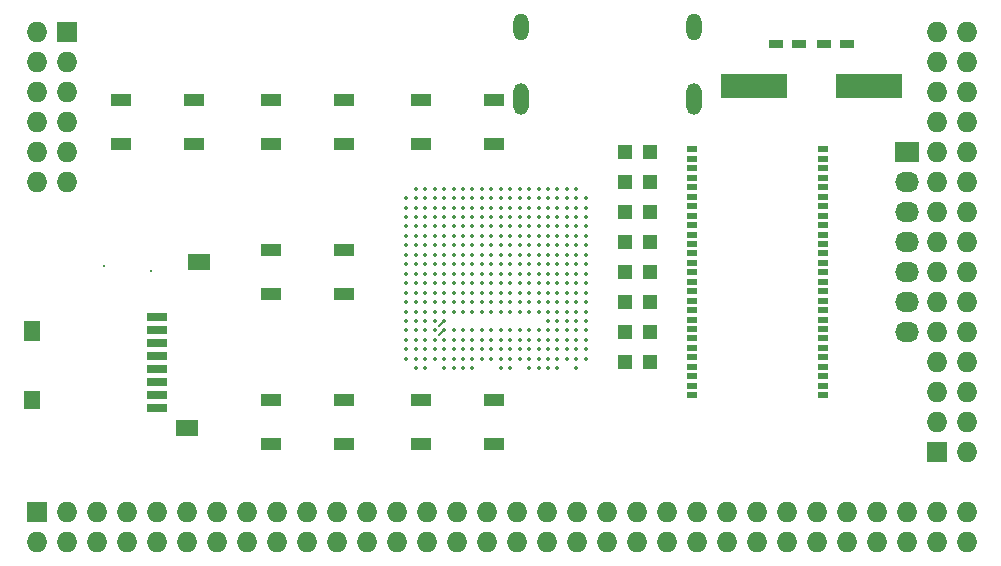
<source format=gbr>
G04 #@! TF.FileFunction,Copper,L1,Top,Signal*
%FSLAX46Y46*%
G04 Gerber Fmt 4.6, Leading zero omitted, Abs format (unit mm)*
G04 Created by KiCad (PCBNEW 4.0.5+dfsg1-4) date Mon Mar 27 15:17:06 2017*
%MOMM*%
%LPD*%
G01*
G04 APERTURE LIST*
%ADD10C,0.100000*%
%ADD11R,1.800000X0.700000*%
%ADD12R,1.400000X1.600000*%
%ADD13R,1.400000X1.800000*%
%ADD14R,1.900000X1.400000*%
%ADD15R,1.727200X1.727200*%
%ADD16O,1.727200X1.727200*%
%ADD17R,1.800000X1.100000*%
%ADD18R,1.198880X1.198880*%
%ADD19R,2.032000X1.727200*%
%ADD20O,2.032000X1.727200*%
%ADD21R,0.900000X0.560000*%
%ADD22R,5.600700X2.100580*%
%ADD23R,1.200000X0.750000*%
%ADD24C,0.350000*%
%ADD25O,1.300000X2.700000*%
%ADD26O,1.300000X2.300000*%
%ADD27C,0.330000*%
%ADD28C,0.200000*%
G04 APERTURE END LIST*
D10*
D11*
X106800000Y-88090000D03*
X106800000Y-89190000D03*
X106800000Y-90290000D03*
X106800000Y-91390000D03*
X106800000Y-92490000D03*
X106800000Y-93590000D03*
X106800000Y-94690000D03*
X106800000Y-95790000D03*
D12*
X96200000Y-95080000D03*
D13*
X96200000Y-89280000D03*
D14*
X109350000Y-97480000D03*
X110350000Y-83430000D03*
D15*
X96640000Y-104600000D03*
D16*
X96640000Y-107140000D03*
X99180000Y-104600000D03*
X99180000Y-107140000D03*
X101720000Y-104600000D03*
X101720000Y-107140000D03*
X104260000Y-104600000D03*
X104260000Y-107140000D03*
X106800000Y-104600000D03*
X106800000Y-107140000D03*
X109340000Y-104600000D03*
X109340000Y-107140000D03*
X111880000Y-104600000D03*
X111880000Y-107140000D03*
X114420000Y-104600000D03*
X114420000Y-107140000D03*
X116960000Y-104600000D03*
X116960000Y-107140000D03*
X119500000Y-104600000D03*
X119500000Y-107140000D03*
X122040000Y-104600000D03*
X122040000Y-107140000D03*
X124580000Y-104600000D03*
X124580000Y-107140000D03*
X127120000Y-104600000D03*
X127120000Y-107140000D03*
X129660000Y-104600000D03*
X129660000Y-107140000D03*
X132200000Y-104600000D03*
X132200000Y-107140000D03*
X134740000Y-104600000D03*
X134740000Y-107140000D03*
X137280000Y-104600000D03*
X137280000Y-107140000D03*
X139820000Y-104600000D03*
X139820000Y-107140000D03*
X142360000Y-104600000D03*
X142360000Y-107140000D03*
X144900000Y-104600000D03*
X144900000Y-107140000D03*
X147440000Y-104600000D03*
X147440000Y-107140000D03*
X149980000Y-104600000D03*
X149980000Y-107140000D03*
X152520000Y-104600000D03*
X152520000Y-107140000D03*
X155060000Y-104600000D03*
X155060000Y-107140000D03*
X157600000Y-104600000D03*
X157600000Y-107140000D03*
X160140000Y-104600000D03*
X160140000Y-107140000D03*
X162680000Y-104600000D03*
X162680000Y-107140000D03*
X165220000Y-104600000D03*
X165220000Y-107140000D03*
X167760000Y-104600000D03*
X167760000Y-107140000D03*
X170300000Y-104600000D03*
X170300000Y-107140000D03*
X172840000Y-104600000D03*
X172840000Y-107140000D03*
X175380000Y-104600000D03*
X175380000Y-107140000D03*
D15*
X172840000Y-99520000D03*
D16*
X175380000Y-99520000D03*
X172840000Y-96980000D03*
X175380000Y-96980000D03*
X172840000Y-94440000D03*
X175380000Y-94440000D03*
X172840000Y-91900000D03*
X175380000Y-91900000D03*
X172840000Y-89360000D03*
X175380000Y-89360000D03*
X172840000Y-86820000D03*
X175380000Y-86820000D03*
X172840000Y-84280000D03*
X175380000Y-84280000D03*
X172840000Y-81740000D03*
X175380000Y-81740000D03*
X172840000Y-79200000D03*
X175380000Y-79200000D03*
X172840000Y-76660000D03*
X175380000Y-76660000D03*
X172840000Y-74120000D03*
X175380000Y-74120000D03*
X172840000Y-71580000D03*
X175380000Y-71580000D03*
X172840000Y-69040000D03*
X175380000Y-69040000D03*
X172840000Y-66500000D03*
X175380000Y-66500000D03*
X172840000Y-63960000D03*
X175380000Y-63960000D03*
D15*
X99180000Y-63960000D03*
D16*
X96640000Y-63960000D03*
X99180000Y-66500000D03*
X96640000Y-66500000D03*
X99180000Y-69040000D03*
X96640000Y-69040000D03*
X99180000Y-71580000D03*
X96640000Y-71580000D03*
X99180000Y-74120000D03*
X96640000Y-74120000D03*
X99180000Y-76660000D03*
X96640000Y-76660000D03*
D17*
X129100000Y-69730000D03*
X135300000Y-69730000D03*
X129100000Y-73430000D03*
X135300000Y-73430000D03*
X129100000Y-95130000D03*
X135300000Y-95130000D03*
X129100000Y-98830000D03*
X135300000Y-98830000D03*
X116400000Y-69730000D03*
X122600000Y-69730000D03*
X116400000Y-73430000D03*
X122600000Y-73430000D03*
X103700000Y-69730000D03*
X109900000Y-69730000D03*
X103700000Y-73430000D03*
X109900000Y-73430000D03*
X116400000Y-82430000D03*
X122600000Y-82430000D03*
X116400000Y-86130000D03*
X122600000Y-86130000D03*
X116400000Y-95130000D03*
X122600000Y-95130000D03*
X116400000Y-98830000D03*
X122600000Y-98830000D03*
D18*
X146390980Y-91900000D03*
X148489020Y-91900000D03*
X146390980Y-89360000D03*
X148489020Y-89360000D03*
X146390980Y-86820000D03*
X148489020Y-86820000D03*
X146390980Y-84280000D03*
X148489020Y-84280000D03*
X146390980Y-81740000D03*
X148489020Y-81740000D03*
X146390980Y-79200000D03*
X148489020Y-79200000D03*
X146390980Y-76660000D03*
X148489020Y-76660000D03*
X146390980Y-74120000D03*
X148489020Y-74120000D03*
D19*
X170300000Y-74120000D03*
D20*
X170300000Y-76660000D03*
X170300000Y-79200000D03*
X170300000Y-81740000D03*
X170300000Y-84280000D03*
X170300000Y-86820000D03*
X170300000Y-89360000D03*
D21*
X163130000Y-94680000D03*
X152070000Y-73880000D03*
X152070000Y-74680000D03*
X152070000Y-75480000D03*
X152070000Y-76280000D03*
X152070000Y-77080000D03*
X152070000Y-77880000D03*
X152070000Y-78680000D03*
X152070000Y-79480000D03*
X152070000Y-80280000D03*
X152070000Y-81080000D03*
X152070000Y-81880000D03*
X152070000Y-82680000D03*
X152070000Y-83480000D03*
X152070000Y-84280000D03*
X152070000Y-85080000D03*
X152070000Y-85880000D03*
X152070000Y-86680000D03*
X152070000Y-87480000D03*
X152070000Y-88280000D03*
X152070000Y-89080000D03*
X152070000Y-89880000D03*
X152070000Y-90680000D03*
X152070000Y-91480000D03*
X152070000Y-92280000D03*
X152070000Y-93080000D03*
X152070000Y-93880000D03*
X152070000Y-94680000D03*
X163130000Y-93880000D03*
X163130000Y-93080000D03*
X163130000Y-92280000D03*
X163130000Y-91480000D03*
X163130000Y-90680000D03*
X163130000Y-89880000D03*
X163130000Y-89080000D03*
X163130000Y-88280000D03*
X163130000Y-87480000D03*
X163130000Y-86680000D03*
X163130000Y-85880000D03*
X163130000Y-85080000D03*
X163130000Y-84280000D03*
X163130000Y-83480000D03*
X163130000Y-82680000D03*
X163130000Y-81880000D03*
X163130000Y-81080000D03*
X163130000Y-80280000D03*
X163130000Y-79480000D03*
X163130000Y-78680000D03*
X163130000Y-77880000D03*
X163130000Y-77080000D03*
X163130000Y-76280000D03*
X163130000Y-75480000D03*
X163130000Y-74680000D03*
X163130000Y-73880000D03*
D22*
X157323140Y-68532000D03*
X167020860Y-68532000D03*
D23*
X159190000Y-64976000D03*
X161090000Y-64976000D03*
X165154000Y-64976000D03*
X163254000Y-64976000D03*
D24*
X128680000Y-77200000D03*
X129480000Y-77200000D03*
X130280000Y-77200000D03*
X131080000Y-77200000D03*
X131880000Y-77200000D03*
X132680000Y-77200000D03*
X133480000Y-77200000D03*
X134280000Y-77200000D03*
X135080000Y-77200000D03*
X135880000Y-77200000D03*
X136680000Y-77200000D03*
X137480000Y-77200000D03*
X138280000Y-77200000D03*
X139080000Y-77200000D03*
X139880000Y-77200000D03*
X140680000Y-77200000D03*
X141480000Y-77200000D03*
X142280000Y-77200000D03*
X127880000Y-78000000D03*
X128680000Y-78000000D03*
X129480000Y-78000000D03*
X130280000Y-78000000D03*
X131080000Y-78000000D03*
X131880000Y-78000000D03*
X132680000Y-78000000D03*
X133480000Y-78000000D03*
X134280000Y-78000000D03*
X135080000Y-78000000D03*
X135880000Y-78000000D03*
X136680000Y-78000000D03*
X137480000Y-78000000D03*
X138280000Y-78000000D03*
X139080000Y-78000000D03*
X139880000Y-78000000D03*
X140680000Y-78000000D03*
X141480000Y-78000000D03*
X142280000Y-78000000D03*
X143080000Y-78000000D03*
X127880000Y-78800000D03*
X128680000Y-78800000D03*
X129480000Y-78800000D03*
X130280000Y-78800000D03*
X131080000Y-78800000D03*
X131880000Y-78800000D03*
X132680000Y-78800000D03*
X133480000Y-78800000D03*
X134280000Y-78800000D03*
X135080000Y-78800000D03*
X135880000Y-78800000D03*
X136680000Y-78800000D03*
X137480000Y-78800000D03*
X138280000Y-78800000D03*
X139080000Y-78800000D03*
X139880000Y-78800000D03*
X140680000Y-78800000D03*
X141480000Y-78800000D03*
X142280000Y-78800000D03*
X143080000Y-78800000D03*
X127880000Y-79600000D03*
X128680000Y-79600000D03*
X129480000Y-79600000D03*
X130280000Y-79600000D03*
X131080000Y-79600000D03*
X131880000Y-79600000D03*
X132680000Y-79600000D03*
X133480000Y-79600000D03*
X134280000Y-79600000D03*
X135080000Y-79600000D03*
X135880000Y-79600000D03*
X136680000Y-79600000D03*
X137480000Y-79600000D03*
X138280000Y-79600000D03*
X139080000Y-79600000D03*
X139880000Y-79600000D03*
X140680000Y-79600000D03*
X141480000Y-79600000D03*
X142280000Y-79600000D03*
X143080000Y-79600000D03*
X127880000Y-80400000D03*
X128680000Y-80400000D03*
X129480000Y-80400000D03*
X130280000Y-80400000D03*
X131080000Y-80400000D03*
X131880000Y-80400000D03*
X132680000Y-80400000D03*
X133480000Y-80400000D03*
X134280000Y-80400000D03*
X135080000Y-80400000D03*
X135880000Y-80400000D03*
X136680000Y-80400000D03*
X137480000Y-80400000D03*
X138280000Y-80400000D03*
X139080000Y-80400000D03*
X139880000Y-80400000D03*
X140680000Y-80400000D03*
X141480000Y-80400000D03*
X142280000Y-80400000D03*
X143080000Y-80400000D03*
X127880000Y-81200000D03*
X128680000Y-81200000D03*
X129480000Y-81200000D03*
X130280000Y-81200000D03*
X131080000Y-81200000D03*
X131880000Y-81200000D03*
X132680000Y-81200000D03*
X133480000Y-81200000D03*
X134280000Y-81200000D03*
X135080000Y-81200000D03*
X135880000Y-81200000D03*
X136680000Y-81200000D03*
X137480000Y-81200000D03*
X138280000Y-81200000D03*
X139080000Y-81200000D03*
X139880000Y-81200000D03*
X140680000Y-81200000D03*
X141480000Y-81200000D03*
X142280000Y-81200000D03*
X143080000Y-81200000D03*
X127880000Y-82000000D03*
X128680000Y-82000000D03*
X129480000Y-82000000D03*
X130280000Y-82000000D03*
X131080000Y-82000000D03*
X131880000Y-82000000D03*
X132680000Y-82000000D03*
X133480000Y-82000000D03*
X134280000Y-82000000D03*
X135080000Y-82000000D03*
X135880000Y-82000000D03*
X136680000Y-82000000D03*
X137480000Y-82000000D03*
X138280000Y-82000000D03*
X139080000Y-82000000D03*
X139880000Y-82000000D03*
X140680000Y-82000000D03*
X141480000Y-82000000D03*
X142280000Y-82000000D03*
X143080000Y-82000000D03*
X127880000Y-82800000D03*
X128680000Y-82800000D03*
X129480000Y-82800000D03*
X130280000Y-82800000D03*
X131080000Y-82800000D03*
X131880000Y-82800000D03*
X132680000Y-82800000D03*
X133480000Y-82800000D03*
X134280000Y-82800000D03*
X135080000Y-82800000D03*
X135880000Y-82800000D03*
X136680000Y-82800000D03*
X137480000Y-82800000D03*
X138280000Y-82800000D03*
X139080000Y-82800000D03*
X139880000Y-82800000D03*
X140680000Y-82800000D03*
X141480000Y-82800000D03*
X142280000Y-82800000D03*
X143080000Y-82800000D03*
X127880000Y-83600000D03*
X128680000Y-83600000D03*
X129480000Y-83600000D03*
X130280000Y-83600000D03*
X131080000Y-83600000D03*
X131880000Y-83600000D03*
X132680000Y-83600000D03*
X133480000Y-83600000D03*
X134280000Y-83600000D03*
X135080000Y-83600000D03*
X135880000Y-83600000D03*
X136680000Y-83600000D03*
X137480000Y-83600000D03*
X138280000Y-83600000D03*
X139080000Y-83600000D03*
X139880000Y-83600000D03*
X140680000Y-83600000D03*
X141480000Y-83600000D03*
X142280000Y-83600000D03*
X143080000Y-83600000D03*
X127880000Y-84400000D03*
X128680000Y-84400000D03*
X129480000Y-84400000D03*
X130280000Y-84400000D03*
X131080000Y-84400000D03*
X131880000Y-84400000D03*
X132680000Y-84400000D03*
X133480000Y-84400000D03*
X134280000Y-84400000D03*
X135080000Y-84400000D03*
X135880000Y-84400000D03*
X136680000Y-84400000D03*
X137480000Y-84400000D03*
X138280000Y-84400000D03*
X139080000Y-84400000D03*
X139880000Y-84400000D03*
X140680000Y-84400000D03*
X141480000Y-84400000D03*
X142280000Y-84400000D03*
X143080000Y-84400000D03*
X127880000Y-85200000D03*
X128680000Y-85200000D03*
X129480000Y-85200000D03*
X130280000Y-85200000D03*
X131080000Y-85200000D03*
X131880000Y-85200000D03*
X132680000Y-85200000D03*
X133480000Y-85200000D03*
X134280000Y-85200000D03*
X135080000Y-85200000D03*
X135880000Y-85200000D03*
X136680000Y-85200000D03*
X137480000Y-85200000D03*
X138280000Y-85200000D03*
X139080000Y-85200000D03*
X139880000Y-85200000D03*
X140680000Y-85200000D03*
X141480000Y-85200000D03*
X142280000Y-85200000D03*
X143080000Y-85200000D03*
X127880000Y-86000000D03*
X128680000Y-86000000D03*
X129480000Y-86000000D03*
X130280000Y-86000000D03*
X131080000Y-86000000D03*
X131880000Y-86000000D03*
X132680000Y-86000000D03*
X133480000Y-86000000D03*
X134280000Y-86000000D03*
X135080000Y-86000000D03*
X135880000Y-86000000D03*
X136680000Y-86000000D03*
X137480000Y-86000000D03*
X138280000Y-86000000D03*
X139080000Y-86000000D03*
X139880000Y-86000000D03*
X140680000Y-86000000D03*
X141480000Y-86000000D03*
X142280000Y-86000000D03*
X143080000Y-86000000D03*
X127880000Y-86800000D03*
X128680000Y-86800000D03*
X129480000Y-86800000D03*
X130280000Y-86800000D03*
X131080000Y-86800000D03*
X131880000Y-86800000D03*
X132680000Y-86800000D03*
X133480000Y-86800000D03*
X134280000Y-86800000D03*
X135080000Y-86800000D03*
X135880000Y-86800000D03*
X136680000Y-86800000D03*
X137480000Y-86800000D03*
X138280000Y-86800000D03*
X139080000Y-86800000D03*
X139880000Y-86800000D03*
X140680000Y-86800000D03*
X141480000Y-86800000D03*
X142280000Y-86800000D03*
X143080000Y-86800000D03*
X127880000Y-87600000D03*
X128680000Y-87600000D03*
X129480000Y-87600000D03*
X130280000Y-87600000D03*
X131080000Y-87600000D03*
X131880000Y-87600000D03*
X132680000Y-87600000D03*
X133480000Y-87600000D03*
X134280000Y-87600000D03*
X135080000Y-87600000D03*
X135880000Y-87600000D03*
X136680000Y-87600000D03*
X137480000Y-87600000D03*
X138280000Y-87600000D03*
X139080000Y-87600000D03*
X139880000Y-87600000D03*
X140680000Y-87600000D03*
X141480000Y-87600000D03*
X142280000Y-87600000D03*
X143080000Y-87600000D03*
X127880000Y-88400000D03*
X128680000Y-88400000D03*
X129480000Y-88400000D03*
X130280000Y-88400000D03*
X131080000Y-88400000D03*
X139880000Y-88400000D03*
X140680000Y-88400000D03*
X141480000Y-88400000D03*
X142280000Y-88400000D03*
X143080000Y-88400000D03*
X127880000Y-89200000D03*
X128680000Y-89200000D03*
X129480000Y-89200000D03*
X130280000Y-89200000D03*
X131080000Y-89200000D03*
X131880000Y-89200000D03*
X132680000Y-89200000D03*
X133480000Y-89200000D03*
X134280000Y-89200000D03*
X135080000Y-89200000D03*
X135880000Y-89200000D03*
X136680000Y-89200000D03*
X137480000Y-89200000D03*
X138280000Y-89200000D03*
X139080000Y-89200000D03*
X139880000Y-89200000D03*
X140680000Y-89200000D03*
X141480000Y-89200000D03*
X142280000Y-89200000D03*
X143080000Y-89200000D03*
X127880000Y-90000000D03*
X128680000Y-90000000D03*
X129480000Y-90000000D03*
X130280000Y-90000000D03*
X131080000Y-90000000D03*
X131880000Y-90000000D03*
X132680000Y-90000000D03*
X133480000Y-90000000D03*
X134280000Y-90000000D03*
X135080000Y-90000000D03*
X135880000Y-90000000D03*
X136680000Y-90000000D03*
X137480000Y-90000000D03*
X138280000Y-90000000D03*
X139080000Y-90000000D03*
X139880000Y-90000000D03*
X140680000Y-90000000D03*
X141480000Y-90000000D03*
X142280000Y-90000000D03*
X143080000Y-90000000D03*
X127880000Y-90800000D03*
X128680000Y-90800000D03*
X129480000Y-90800000D03*
X130280000Y-90800000D03*
X131080000Y-90800000D03*
X131880000Y-90800000D03*
X132680000Y-90800000D03*
X133480000Y-90800000D03*
X134280000Y-90800000D03*
X135080000Y-90800000D03*
X135880000Y-90800000D03*
X136680000Y-90800000D03*
X137480000Y-90800000D03*
X138280000Y-90800000D03*
X139080000Y-90800000D03*
X139880000Y-90800000D03*
X140680000Y-90800000D03*
X141480000Y-90800000D03*
X142280000Y-90800000D03*
X143080000Y-90800000D03*
X127880000Y-91600000D03*
X128680000Y-91600000D03*
X129480000Y-91600000D03*
X130280000Y-91600000D03*
X131080000Y-91600000D03*
X131880000Y-91600000D03*
X132680000Y-91600000D03*
X133480000Y-91600000D03*
X134280000Y-91600000D03*
X135080000Y-91600000D03*
X135880000Y-91600000D03*
X136680000Y-91600000D03*
X137480000Y-91600000D03*
X138280000Y-91600000D03*
X139080000Y-91600000D03*
X139880000Y-91600000D03*
X140680000Y-91600000D03*
X141480000Y-91600000D03*
X142280000Y-91600000D03*
X143080000Y-91600000D03*
X128680000Y-92400000D03*
X129480000Y-92400000D03*
X131080000Y-92400000D03*
X131880000Y-92400000D03*
X132680000Y-92400000D03*
X133480000Y-92400000D03*
X135880000Y-92400000D03*
X136680000Y-92400000D03*
X138280000Y-92400000D03*
X139080000Y-92400000D03*
X139880000Y-92400000D03*
X140680000Y-92400000D03*
X142280000Y-92400000D03*
D25*
X137600000Y-69576000D03*
X152200000Y-69576000D03*
D26*
X152200000Y-63526000D03*
X137600000Y-63526000D03*
D27*
X102260000Y-83780000D03*
X130680000Y-88800000D03*
X106260000Y-84180000D03*
X130680000Y-89600000D03*
D28*
X131080000Y-88400000D02*
X130680000Y-88800000D01*
X131080000Y-89200000D02*
X130680000Y-89600000D01*
M02*

</source>
